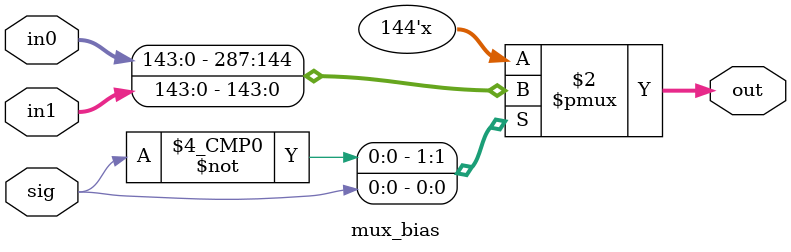
<source format=v>
module mux_bias(in0,in1, sig,out);
input [8*18-1:0] in0,in1;
input  sig;
output reg [8*18-1:0]  out;
 
always@(*)
begin
    case(sig)
    1'b0:  out=in0;
    1'b1:  out=in1;
    
    endcase
end
endmodule
</source>
